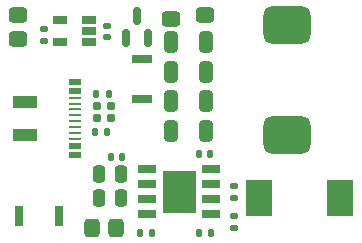
<source format=gbr>
%TF.GenerationSoftware,KiCad,Pcbnew,8.0.6*%
%TF.CreationDate,2025-10-07T13:26:46+02:00*%
%TF.ProjectId,PCB WLED Spec 7,50434220-574c-4454-9420-537065632037,rev?*%
%TF.SameCoordinates,Original*%
%TF.FileFunction,Paste,Top*%
%TF.FilePolarity,Positive*%
%FSLAX46Y46*%
G04 Gerber Fmt 4.6, Leading zero omitted, Abs format (unit mm)*
G04 Created by KiCad (PCBNEW 8.0.6) date 2025-10-07 13:26:46*
%MOMM*%
%LPD*%
G01*
G04 APERTURE LIST*
G04 Aperture macros list*
%AMRoundRect*
0 Rectangle with rounded corners*
0 $1 Rounding radius*
0 $2 $3 $4 $5 $6 $7 $8 $9 X,Y pos of 4 corners*
0 Add a 4 corners polygon primitive as box body*
4,1,4,$2,$3,$4,$5,$6,$7,$8,$9,$2,$3,0*
0 Add four circle primitives for the rounded corners*
1,1,$1+$1,$2,$3*
1,1,$1+$1,$4,$5*
1,1,$1+$1,$6,$7*
1,1,$1+$1,$8,$9*
0 Add four rect primitives between the rounded corners*
20,1,$1+$1,$2,$3,$4,$5,0*
20,1,$1+$1,$4,$5,$6,$7,0*
20,1,$1+$1,$6,$7,$8,$9,0*
20,1,$1+$1,$8,$9,$2,$3,0*%
G04 Aperture macros list end*
%ADD10C,0.010000*%
%ADD11RoundRect,0.250000X0.250000X0.475000X-0.250000X0.475000X-0.250000X-0.475000X0.250000X-0.475000X0*%
%ADD12RoundRect,0.160000X-0.197500X-0.160000X0.197500X-0.160000X0.197500X0.160000X-0.197500X0.160000X0*%
%ADD13R,0.800000X1.700000*%
%ADD14RoundRect,0.135000X-0.135000X-0.185000X0.135000X-0.185000X0.135000X0.185000X-0.135000X0.185000X0*%
%ADD15RoundRect,0.140000X0.170000X-0.140000X0.170000X0.140000X-0.170000X0.140000X-0.170000X-0.140000X0*%
%ADD16RoundRect,0.150000X0.150000X-0.587500X0.150000X0.587500X-0.150000X0.587500X-0.150000X-0.587500X0*%
%ADD17RoundRect,0.081250X0.528750X0.243750X-0.528750X0.243750X-0.528750X-0.243750X0.528750X-0.243750X0*%
%ADD18RoundRect,0.135000X0.135000X0.185000X-0.135000X0.185000X-0.135000X-0.185000X0.135000X-0.185000X0*%
%ADD19RoundRect,0.325000X-0.325000X-0.475000X0.325000X-0.475000X0.325000X0.475000X-0.325000X0.475000X0*%
%ADD20RoundRect,0.140000X0.140000X0.170000X-0.140000X0.170000X-0.140000X-0.170000X0.140000X-0.170000X0*%
%ADD21R,2.000000X1.000000*%
%ADD22R,1.000000X0.520000*%
%ADD23R,1.000000X0.270000*%
%ADD24RoundRect,0.325000X0.325000X0.475000X-0.325000X0.475000X-0.325000X-0.475000X0.325000X-0.475000X0*%
%ADD25RoundRect,0.250000X0.325000X0.650000X-0.325000X0.650000X-0.325000X-0.650000X0.325000X-0.650000X0*%
%ADD26RoundRect,0.325000X0.475000X-0.325000X0.475000X0.325000X-0.475000X0.325000X-0.475000X-0.325000X0*%
%ADD27R,1.700000X0.800000*%
%ADD28RoundRect,0.015000X-0.760000X-0.285000X0.760000X-0.285000X0.760000X0.285000X-0.760000X0.285000X0*%
%ADD29R,2.290000X3.120000*%
%ADD30RoundRect,0.140000X-0.170000X0.140000X-0.170000X-0.140000X0.170000X-0.140000X0.170000X0.140000X0*%
%ADD31RoundRect,0.135000X-0.185000X0.135000X-0.185000X-0.135000X0.185000X-0.135000X0.185000X0.135000X0*%
%ADD32RoundRect,0.140000X-0.140000X-0.170000X0.140000X-0.170000X0.140000X0.170000X-0.140000X0.170000X0*%
%ADD33RoundRect,0.812500X1.187500X-0.812500X1.187500X0.812500X-1.187500X0.812500X-1.187500X-0.812500X0*%
G04 APERTURE END LIST*
D10*
%TO.C,U3*%
X196205000Y-87650000D02*
X193495000Y-87650000D01*
X193495000Y-84250000D01*
X196205000Y-84250000D01*
X196205000Y-87650000D01*
G36*
X196205000Y-87650000D02*
G01*
X193495000Y-87650000D01*
X193495000Y-84250000D01*
X196205000Y-84250000D01*
X196205000Y-87650000D01*
G37*
%TD*%
D11*
%TO.C,C15*%
X189950000Y-86500000D03*
X188050000Y-86500000D03*
%TD*%
D12*
%TO.C,R4*%
X187856491Y-79740363D03*
X189051491Y-79740363D03*
%TD*%
D13*
%TO.C,S1*%
X181300000Y-88000000D03*
X184700000Y-88000000D03*
%TD*%
D14*
%TO.C,R2*%
X187733991Y-80940363D03*
X188753991Y-80940363D03*
%TD*%
D15*
%TO.C,C2*%
X183400000Y-73180000D03*
X183400000Y-72220000D03*
%TD*%
%TO.C,C13*%
X199500000Y-86480000D03*
X199500000Y-85520000D03*
%TD*%
D16*
%TO.C,D1*%
X190337500Y-72977500D03*
X192237500Y-72977500D03*
X191287500Y-71102500D03*
%TD*%
D17*
%TO.C,U2*%
X187245000Y-73320000D03*
X187245000Y-72380000D03*
X187245000Y-71440000D03*
X184755000Y-71440000D03*
X184755000Y-73320000D03*
%TD*%
D18*
%TO.C,R10*%
X197510000Y-89500000D03*
X196490000Y-89500000D03*
%TD*%
D14*
%TO.C,R11*%
X191490000Y-89500000D03*
X192510000Y-89500000D03*
%TD*%
D19*
%TO.C,S3*%
X189500000Y-89000000D03*
%TD*%
D20*
%TO.C,C14*%
X190000000Y-83000000D03*
X189040000Y-83000000D03*
%TD*%
D21*
%TO.C,J1*%
X181800000Y-78350000D03*
X181800000Y-81150000D03*
D22*
X186000000Y-76650000D03*
X186000000Y-77400000D03*
D23*
X186000000Y-78000000D03*
X186000000Y-79500000D03*
X186000000Y-80500000D03*
X186000000Y-81500000D03*
D22*
X186000000Y-82100000D03*
X186000000Y-82850000D03*
X186000000Y-82850000D03*
X186000000Y-82100000D03*
D23*
X186000000Y-81000000D03*
X186000000Y-80000000D03*
X186000000Y-79000000D03*
X186000000Y-78500000D03*
D22*
X186000000Y-77400000D03*
X186000000Y-76650000D03*
%TD*%
D12*
%TO.C,R3*%
X187856491Y-78740363D03*
X189051491Y-78740363D03*
%TD*%
D24*
%TO.C,S4*%
X187500000Y-89000000D03*
%TD*%
D25*
%TO.C,C10*%
X197075000Y-75800000D03*
X194125000Y-75800000D03*
%TD*%
D26*
%TO.C,S7*%
X181200000Y-71000000D03*
%TD*%
D27*
%TO.C,S2*%
X191680000Y-78120000D03*
X191680000Y-74720000D03*
%TD*%
D28*
%TO.C,U3*%
X192150000Y-84045000D03*
X192150000Y-85315000D03*
X192150000Y-86585000D03*
X192150000Y-87855000D03*
X197550000Y-87855000D03*
X197550000Y-86585000D03*
X197550000Y-85315000D03*
X197550000Y-84045000D03*
%TD*%
D18*
%TO.C,R1*%
X188860000Y-77690000D03*
X187840000Y-77690000D03*
%TD*%
D29*
%TO.C,D2*%
X201570000Y-86500000D03*
X208430000Y-86500000D03*
%TD*%
D26*
%TO.C,S5*%
X197000000Y-71000000D03*
%TD*%
D11*
%TO.C,C16*%
X189950000Y-84500000D03*
X188050000Y-84500000D03*
%TD*%
D26*
%TO.C,S8*%
X181200000Y-73000000D03*
%TD*%
D25*
%TO.C,C9*%
X197100000Y-78300000D03*
X194150000Y-78300000D03*
%TD*%
%TO.C,C11*%
X197075000Y-73300000D03*
X194125000Y-73300000D03*
%TD*%
D30*
%TO.C,C1*%
X188700000Y-71920000D03*
X188700000Y-72880000D03*
%TD*%
D31*
%TO.C,R9*%
X199500000Y-87990000D03*
X199500000Y-89010000D03*
%TD*%
D25*
%TO.C,C8*%
X197075000Y-80800000D03*
X194125000Y-80800000D03*
%TD*%
D26*
%TO.C,S6*%
X194150000Y-71350000D03*
%TD*%
D32*
%TO.C,C12*%
X196520000Y-82760000D03*
X197480000Y-82760000D03*
%TD*%
D33*
%TO.C,L2*%
X204000000Y-71875000D03*
X204000000Y-81125000D03*
%TD*%
M02*

</source>
